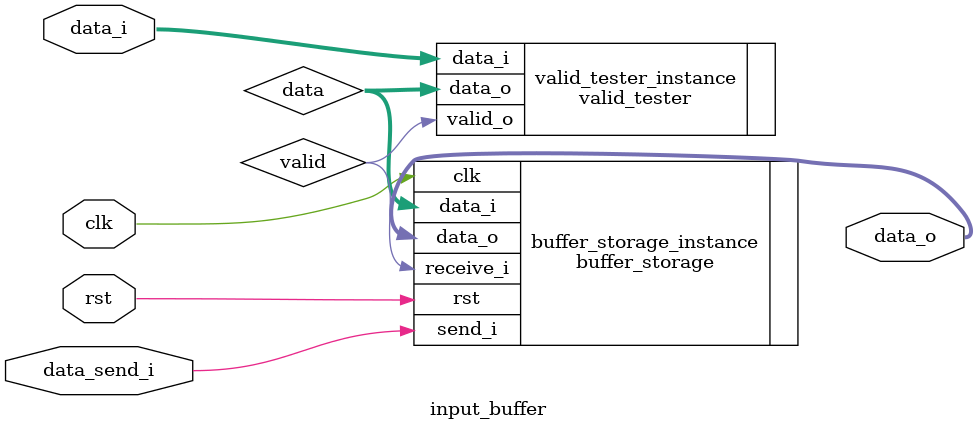
<source format=sv>
module input_buffer (

	input clk,
	input rst,
	input [16 : 0] data_i,
	input data_send_i,
	output logic [16 : 0] data_o
);
	
	logic [16 : 0] data;
	logic valid;
	valid_tester valid_tester_instance(
	.data_i(data_i),
	.data_o(data),
	.valid_o(valid)
	);

	buffer_storage buffer_storage_instance(
	.clk(clk),
	.rst(rst),
	.receive_i(valid),
	.send_i(data_send_i),
	.data_i(data), 
	.data_o(data_o)
	);

endmodule


</source>
